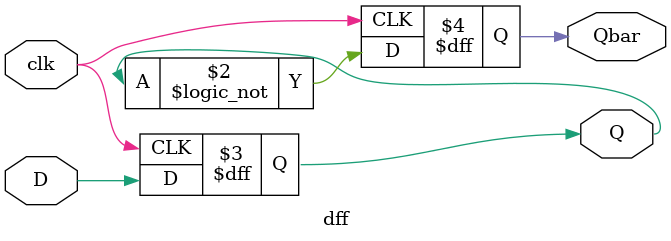
<source format=v>
`timescale 1ns / 1ps

module dff(
        input clk,
        input D,
        output reg Q,
        output reg Qbar
    );
    
    always @ (posedge clk) begin
        Q <= D;
        Qbar <= !Q;
    end
endmodule
</source>
